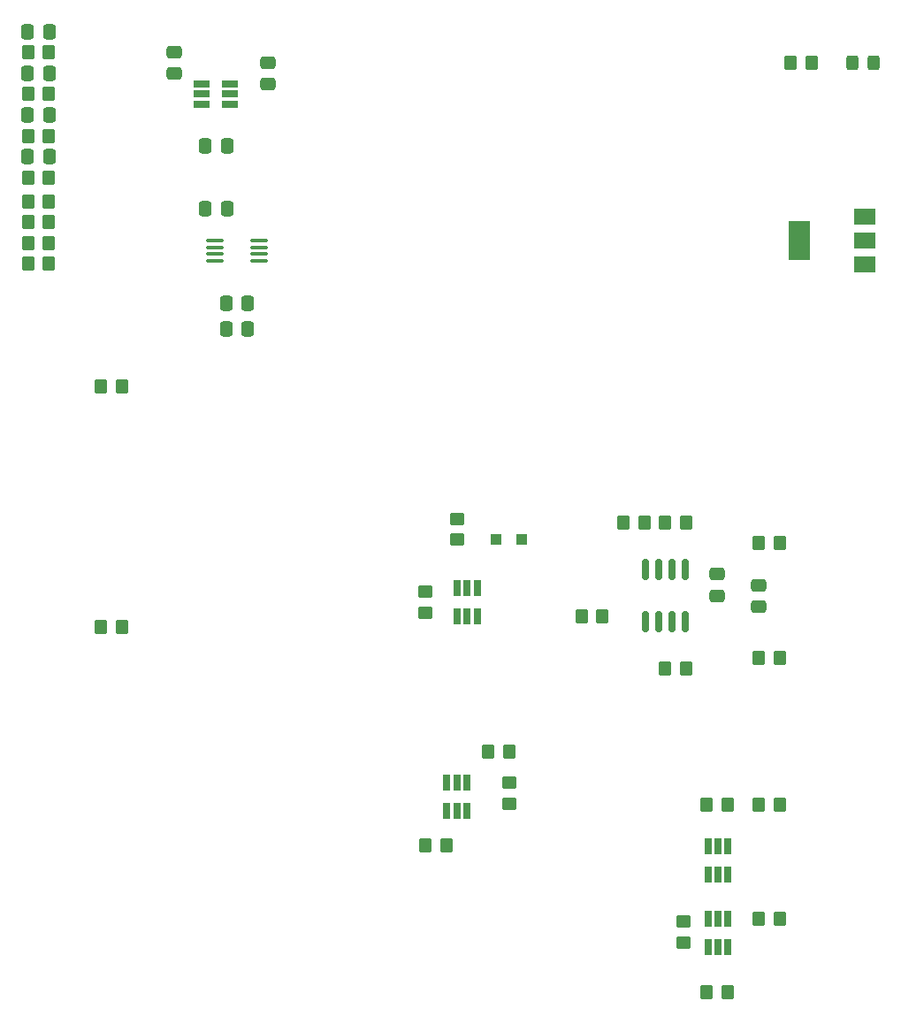
<source format=gbr>
%TF.GenerationSoftware,KiCad,Pcbnew,(6.0.7-1)-1*%
%TF.CreationDate,2022-09-13T14:42:12-07:00*%
%TF.ProjectId,preamp_board,70726561-6d70-45f6-926f-6172642e6b69,rev?*%
%TF.SameCoordinates,Original*%
%TF.FileFunction,Paste,Top*%
%TF.FilePolarity,Positive*%
%FSLAX46Y46*%
G04 Gerber Fmt 4.6, Leading zero omitted, Abs format (unit mm)*
G04 Created by KiCad (PCBNEW (6.0.7-1)-1) date 2022-09-13 14:42:12*
%MOMM*%
%LPD*%
G01*
G04 APERTURE LIST*
G04 Aperture macros list*
%AMRoundRect*
0 Rectangle with rounded corners*
0 $1 Rounding radius*
0 $2 $3 $4 $5 $6 $7 $8 $9 X,Y pos of 4 corners*
0 Add a 4 corners polygon primitive as box body*
4,1,4,$2,$3,$4,$5,$6,$7,$8,$9,$2,$3,0*
0 Add four circle primitives for the rounded corners*
1,1,$1+$1,$2,$3*
1,1,$1+$1,$4,$5*
1,1,$1+$1,$6,$7*
1,1,$1+$1,$8,$9*
0 Add four rect primitives between the rounded corners*
20,1,$1+$1,$2,$3,$4,$5,0*
20,1,$1+$1,$4,$5,$6,$7,0*
20,1,$1+$1,$6,$7,$8,$9,0*
20,1,$1+$1,$8,$9,$2,$3,0*%
G04 Aperture macros list end*
%ADD10RoundRect,0.250000X-0.350000X-0.450000X0.350000X-0.450000X0.350000X0.450000X-0.350000X0.450000X0*%
%ADD11R,0.650000X1.560000*%
%ADD12RoundRect,0.250000X0.350000X0.450000X-0.350000X0.450000X-0.350000X-0.450000X0.350000X-0.450000X0*%
%ADD13RoundRect,0.250000X0.475000X-0.337500X0.475000X0.337500X-0.475000X0.337500X-0.475000X-0.337500X0*%
%ADD14RoundRect,0.250000X-0.337500X-0.475000X0.337500X-0.475000X0.337500X0.475000X-0.337500X0.475000X0*%
%ADD15RoundRect,0.250000X-0.475000X0.337500X-0.475000X-0.337500X0.475000X-0.337500X0.475000X0.337500X0*%
%ADD16RoundRect,0.150000X0.150000X-0.825000X0.150000X0.825000X-0.150000X0.825000X-0.150000X-0.825000X0*%
%ADD17R,1.000000X1.000000*%
%ADD18RoundRect,0.250000X0.325000X0.450000X-0.325000X0.450000X-0.325000X-0.450000X0.325000X-0.450000X0*%
%ADD19RoundRect,0.250000X-0.450000X0.350000X-0.450000X-0.350000X0.450000X-0.350000X0.450000X0.350000X0*%
%ADD20R,2.000000X1.500000*%
%ADD21R,2.000000X3.800000*%
%ADD22RoundRect,0.250000X0.450000X-0.350000X0.450000X0.350000X-0.450000X0.350000X-0.450000X-0.350000X0*%
%ADD23R,1.560000X0.650000*%
%ADD24RoundRect,0.100000X-0.712500X-0.100000X0.712500X-0.100000X0.712500X0.100000X-0.712500X0.100000X0*%
G04 APERTURE END LIST*
D10*
%TO.C,R26*%
X61050000Y-71950000D03*
X63050000Y-71950000D03*
%TD*%
%TO.C,R21*%
X17000000Y-19265000D03*
X19000000Y-19265000D03*
%TD*%
%TO.C,R10*%
X82000000Y-77000000D03*
X84000000Y-77000000D03*
%TD*%
%TO.C,R14*%
X70000000Y-59000000D03*
X72000000Y-59000000D03*
%TD*%
D11*
%TO.C,U3*%
X82100000Y-90700000D03*
X83050000Y-90700000D03*
X84000000Y-90700000D03*
X84000000Y-88000000D03*
X83050000Y-88000000D03*
X82100000Y-88000000D03*
%TD*%
D12*
%TO.C,R25*%
X57050000Y-80950000D03*
X55050000Y-80950000D03*
%TD*%
D13*
%TO.C,C4*%
X87000000Y-58075000D03*
X87000000Y-56000000D03*
%TD*%
D10*
%TO.C,R18*%
X17000000Y-5000000D03*
X19000000Y-5000000D03*
%TD*%
%TO.C,R3*%
X90050000Y-6000000D03*
X92050000Y-6000000D03*
%TD*%
D14*
%TO.C,C8*%
X33962500Y-20000000D03*
X36037500Y-20000000D03*
%TD*%
%TO.C,C10*%
X16962500Y-11000000D03*
X19037500Y-11000000D03*
%TD*%
D15*
%TO.C,C11*%
X40000000Y-5962500D03*
X40000000Y-8037500D03*
%TD*%
D14*
%TO.C,C7*%
X16962500Y-3000000D03*
X19037500Y-3000000D03*
%TD*%
D10*
%TO.C,R16*%
X78000000Y-64000000D03*
X80000000Y-64000000D03*
%TD*%
D16*
%TO.C,U5*%
X76095000Y-59475000D03*
X77365000Y-59475000D03*
X78635000Y-59475000D03*
X79905000Y-59475000D03*
X79905000Y-54525000D03*
X78635000Y-54525000D03*
X77365000Y-54525000D03*
X76095000Y-54525000D03*
%TD*%
D17*
%TO.C,D2*%
X61800000Y-51650000D03*
X64300000Y-51650000D03*
%TD*%
D18*
%TO.C,D1*%
X98000000Y-6000000D03*
X95950000Y-6000000D03*
%TD*%
D11*
%TO.C,U2*%
X82100000Y-83700000D03*
X83050000Y-83700000D03*
X84000000Y-83700000D03*
X84000000Y-81000000D03*
X83050000Y-81000000D03*
X82100000Y-81000000D03*
%TD*%
D19*
%TO.C,R11*%
X58050000Y-49650000D03*
X58050000Y-51650000D03*
%TD*%
D14*
%TO.C,C5*%
X35962500Y-29000000D03*
X38037500Y-29000000D03*
%TD*%
D19*
%TO.C,R27*%
X63050000Y-74950000D03*
X63050000Y-76950000D03*
%TD*%
D20*
%TO.C,U1*%
X97150000Y-25300000D03*
X97150000Y-23000000D03*
D21*
X90850000Y-23000000D03*
D20*
X97150000Y-20700000D03*
%TD*%
D10*
%TO.C,R13*%
X74000000Y-50000000D03*
X76000000Y-50000000D03*
%TD*%
D22*
%TO.C,R12*%
X55050000Y-58650000D03*
X55050000Y-56650000D03*
%TD*%
D13*
%TO.C,C13*%
X31000000Y-7037500D03*
X31000000Y-4962500D03*
%TD*%
D10*
%TO.C,R4*%
X87000000Y-63000000D03*
X89000000Y-63000000D03*
%TD*%
%TO.C,R22*%
X17000000Y-21265000D03*
X19000000Y-21265000D03*
%TD*%
D11*
%TO.C,U4*%
X60000000Y-56300000D03*
X59050000Y-56300000D03*
X58100000Y-56300000D03*
X58100000Y-59000000D03*
X59050000Y-59000000D03*
X60000000Y-59000000D03*
%TD*%
%TO.C,U9*%
X57100000Y-77650000D03*
X58050000Y-77650000D03*
X59000000Y-77650000D03*
X59000000Y-74950000D03*
X58050000Y-74950000D03*
X57100000Y-74950000D03*
%TD*%
D10*
%TO.C,R20*%
X17000000Y-13000000D03*
X19000000Y-13000000D03*
%TD*%
D14*
%TO.C,C9*%
X16962500Y-15000000D03*
X19037500Y-15000000D03*
%TD*%
D12*
%TO.C,R7*%
X89000000Y-88000000D03*
X87000000Y-88000000D03*
%TD*%
D10*
%TO.C,R17*%
X17000000Y-9000000D03*
X19000000Y-9000000D03*
%TD*%
%TO.C,R2*%
X24000000Y-60000000D03*
X26000000Y-60000000D03*
%TD*%
%TO.C,R15*%
X78000000Y-50000000D03*
X80000000Y-50000000D03*
%TD*%
D14*
%TO.C,C6*%
X16962500Y-7000000D03*
X19037500Y-7000000D03*
%TD*%
D19*
%TO.C,R9*%
X79750000Y-88250000D03*
X79750000Y-90250000D03*
%TD*%
D14*
%TO.C,C12*%
X33962500Y-14000000D03*
X36037500Y-14000000D03*
%TD*%
D23*
%TO.C,U6*%
X36350000Y-9950000D03*
X36350000Y-9000000D03*
X36350000Y-8050000D03*
X33650000Y-8050000D03*
X33650000Y-9000000D03*
X33650000Y-9950000D03*
%TD*%
D14*
%TO.C,C14*%
X35962500Y-31500000D03*
X38037500Y-31500000D03*
%TD*%
D10*
%TO.C,R19*%
X17000000Y-17000000D03*
X19000000Y-17000000D03*
%TD*%
D15*
%TO.C,C3*%
X83000000Y-54962500D03*
X83000000Y-57037500D03*
%TD*%
D24*
%TO.C,U8*%
X34887500Y-23025000D03*
X34887500Y-23675000D03*
X34887500Y-24325000D03*
X34887500Y-24975000D03*
X39112500Y-24975000D03*
X39112500Y-24325000D03*
X39112500Y-23675000D03*
X39112500Y-23025000D03*
%TD*%
D12*
%TO.C,R6*%
X89000000Y-77000000D03*
X87000000Y-77000000D03*
%TD*%
D10*
%TO.C,R23*%
X17000000Y-23265000D03*
X19000000Y-23265000D03*
%TD*%
%TO.C,R24*%
X17000000Y-25265000D03*
X19000000Y-25265000D03*
%TD*%
D12*
%TO.C,R8*%
X84000000Y-95000000D03*
X82000000Y-95000000D03*
%TD*%
D10*
%TO.C,R1*%
X24000000Y-37000000D03*
X26000000Y-37000000D03*
%TD*%
%TO.C,R5*%
X87000000Y-52000000D03*
X89000000Y-52000000D03*
%TD*%
M02*

</source>
